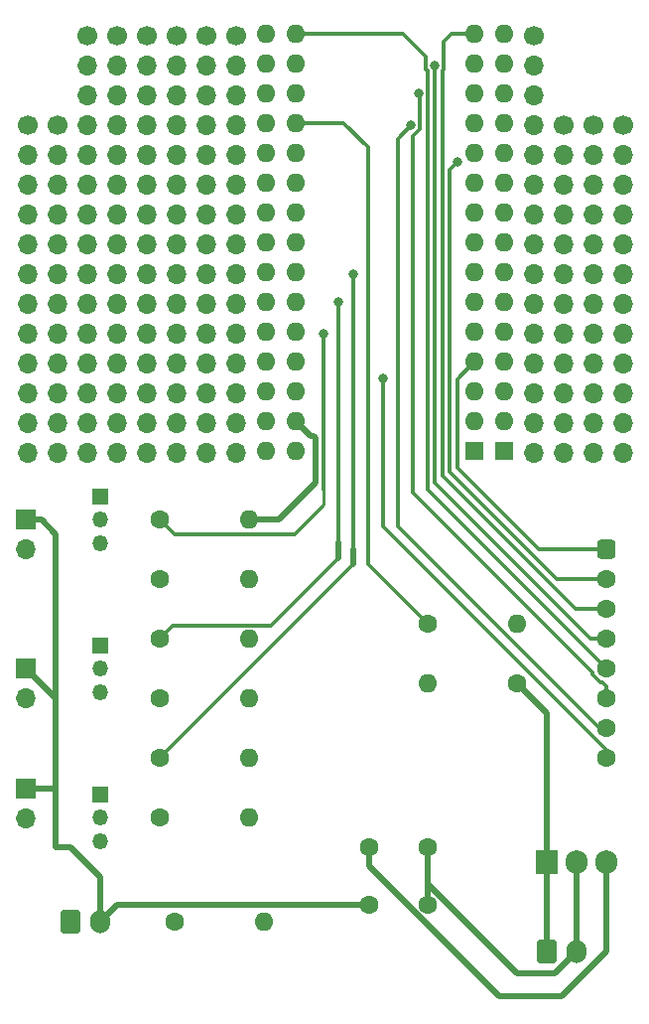
<source format=gbr>
%TF.GenerationSoftware,KiCad,Pcbnew,7.0.6*%
%TF.CreationDate,2023-07-23T20:47:22-06:00*%
%TF.ProjectId,Air,4169722e-6b69-4636-9164-5f7063625858,2*%
%TF.SameCoordinates,Original*%
%TF.FileFunction,Copper,L1,Top*%
%TF.FilePolarity,Positive*%
%FSLAX46Y46*%
G04 Gerber Fmt 4.6, Leading zero omitted, Abs format (unit mm)*
G04 Created by KiCad (PCBNEW 7.0.6) date 2023-07-23 20:47:22*
%MOMM*%
%LPD*%
G01*
G04 APERTURE LIST*
G04 Aperture macros list*
%AMRoundRect*
0 Rectangle with rounded corners*
0 $1 Rounding radius*
0 $2 $3 $4 $5 $6 $7 $8 $9 X,Y pos of 4 corners*
0 Add a 4 corners polygon primitive as box body*
4,1,4,$2,$3,$4,$5,$6,$7,$8,$9,$2,$3,0*
0 Add four circle primitives for the rounded corners*
1,1,$1+$1,$2,$3*
1,1,$1+$1,$4,$5*
1,1,$1+$1,$6,$7*
1,1,$1+$1,$8,$9*
0 Add four rect primitives between the rounded corners*
20,1,$1+$1,$2,$3,$4,$5,0*
20,1,$1+$1,$4,$5,$6,$7,0*
20,1,$1+$1,$6,$7,$8,$9,0*
20,1,$1+$1,$8,$9,$2,$3,0*%
G04 Aperture macros list end*
%TA.AperFunction,ComponentPad*%
%ADD10O,1.600000X1.600000*%
%TD*%
%TA.AperFunction,ComponentPad*%
%ADD11R,1.600000X1.600000*%
%TD*%
%TA.AperFunction,ComponentPad*%
%ADD12C,1.600000*%
%TD*%
%TA.AperFunction,ComponentPad*%
%ADD13R,1.700000X1.700000*%
%TD*%
%TA.AperFunction,ComponentPad*%
%ADD14O,1.700000X1.700000*%
%TD*%
%TA.AperFunction,ComponentPad*%
%ADD15C,1.700000*%
%TD*%
%TA.AperFunction,ComponentPad*%
%ADD16R,1.350000X1.350000*%
%TD*%
%TA.AperFunction,ComponentPad*%
%ADD17O,1.350000X1.350000*%
%TD*%
%TA.AperFunction,ComponentPad*%
%ADD18R,1.905000X2.000000*%
%TD*%
%TA.AperFunction,ComponentPad*%
%ADD19O,1.905000X2.000000*%
%TD*%
%TA.AperFunction,ComponentPad*%
%ADD20RoundRect,0.400000X-0.400000X-0.450000X0.400000X-0.450000X0.400000X0.450000X-0.400000X0.450000X0*%
%TD*%
%TA.AperFunction,ComponentPad*%
%ADD21RoundRect,0.250000X-0.600000X-0.750000X0.600000X-0.750000X0.600000X0.750000X-0.600000X0.750000X0*%
%TD*%
%TA.AperFunction,ComponentPad*%
%ADD22O,1.700000X2.000000*%
%TD*%
%TA.AperFunction,ViaPad*%
%ADD23C,0.800000*%
%TD*%
%TA.AperFunction,Conductor*%
%ADD24C,0.500000*%
%TD*%
%TA.AperFunction,Conductor*%
%ADD25C,0.300000*%
%TD*%
%TA.AperFunction,Conductor*%
%ADD26C,0.250000*%
%TD*%
G04 APERTURE END LIST*
D10*
%TO.P,A1,30,VIN*%
%TO.N,/VIN_5v*%
X64999765Y-79216152D03*
X67539765Y-79216152D03*
%TO.P,A1,29,GND*%
%TO.N,GND*%
X64999765Y-76676152D03*
X67539765Y-76676152D03*
%TO.P,A1,28,~{RESET}*%
%TO.N,unconnected-(A1-~{RESET}-Pad28)*%
X64999765Y-74136152D03*
X67539765Y-74136152D03*
%TO.P,A1,27,+5V*%
%TO.N,+5V*%
X64999765Y-71596152D03*
X67539765Y-71596152D03*
%TO.P,A1,26,A7*%
%TO.N,unconnected-(A1-A7-Pad26)*%
X64999765Y-69056152D03*
X67539765Y-69056152D03*
%TO.P,A1,25,A6*%
%TO.N,unconnected-(A1-A6-Pad25)*%
X64999765Y-66516152D03*
X67539765Y-66516152D03*
%TO.P,A1,24,A5*%
%TO.N,unconnected-(A1-A5-Pad24)*%
X64999765Y-63976152D03*
X67539765Y-63976152D03*
%TO.P,A1,23,A4*%
%TO.N,unconnected-(A1-A4-Pad23)*%
X64999765Y-61436152D03*
X67539765Y-61436152D03*
%TO.P,A1,22,A3*%
%TO.N,unconnected-(A1-A3-Pad22)*%
X64999765Y-58896152D03*
X67539765Y-58896152D03*
%TO.P,A1,21,A2*%
%TO.N,unconnected-(A1-A2-Pad21)*%
X64999765Y-56356152D03*
X67539765Y-56356152D03*
%TO.P,A1,20,A1*%
%TO.N,unconnected-(A1-A1-Pad20)*%
X64999765Y-53816152D03*
X67539765Y-53816152D03*
%TO.P,A1,19,A0*%
%TO.N,/A0_VBat*%
X64999765Y-51276152D03*
X67539765Y-51276152D03*
%TO.P,A1,18,AREF*%
%TO.N,unconnected-(A1-AREF-Pad18)*%
X64999765Y-48736152D03*
X67539765Y-48736152D03*
%TO.P,A1,17,3V3*%
%TO.N,unconnected-(A1-3V3-Pad17)*%
X64999765Y-46196152D03*
X67539765Y-46196152D03*
%TO.P,A1,16,D13*%
%TO.N,/D13_SCK*%
X64999765Y-43656152D03*
X67539765Y-43656152D03*
%TO.P,A1,15,D12*%
%TO.N,/D12_MISO*%
X82779765Y-43656152D03*
X85319765Y-43656152D03*
%TO.P,A1,14,D11*%
%TO.N,/D11_MOSI*%
X82779765Y-46196152D03*
X85319765Y-46196152D03*
%TO.P,A1,13,D10*%
%TO.N,/D10_CSN*%
X82779765Y-48736152D03*
X85319765Y-48736152D03*
%TO.P,A1,12,D9*%
%TO.N,/D9_CE*%
X82779765Y-51276152D03*
X85319765Y-51276152D03*
%TO.P,A1,11,D8*%
%TO.N,/D8_IRQ*%
X82779765Y-53816152D03*
X85319765Y-53816152D03*
%TO.P,A1,10,D7*%
%TO.N,unconnected-(A1-D7-Pad10)*%
X82779765Y-56356152D03*
X85319765Y-56356152D03*
%TO.P,A1,9,D6*%
%TO.N,unconnected-(A1-D6-Pad9)*%
X82779765Y-58896152D03*
X85319765Y-58896152D03*
%TO.P,A1,8,D5*%
%TO.N,unconnected-(A1-D5-Pad8)*%
X82779765Y-61436152D03*
X85319765Y-61436152D03*
%TO.P,A1,7,D4*%
%TO.N,/D4_F3*%
X82779765Y-63976152D03*
X85319765Y-63976152D03*
%TO.P,A1,6,D3*%
%TO.N,/D3_F2*%
X82779765Y-66516152D03*
X85319765Y-66516152D03*
%TO.P,A1,5,D2*%
%TO.N,/D2_F1*%
X82779765Y-69056152D03*
X85319765Y-69056152D03*
%TO.P,A1,4,GND*%
%TO.N,GND*%
X82779765Y-71596152D03*
X85319765Y-71596152D03*
%TO.P,A1,3,~{RESET}*%
%TO.N,unconnected-(A1-~{RESET}-Pad3)*%
X82779765Y-74136152D03*
X85319765Y-74136152D03*
%TO.P,A1,2,D0/RX*%
%TO.N,unconnected-(A1-D0{slash}RX-Pad2)*%
X82779765Y-76676152D03*
X85319765Y-76676152D03*
D11*
%TO.P,A1,1,D1/TX*%
%TO.N,unconnected-(A1-D1{slash}TX-Pad1)*%
X82779765Y-79216152D03*
X85319765Y-79216152D03*
%TD*%
D12*
%TO.P,C1,1*%
%TO.N,+12V*%
X73740000Y-117870000D03*
%TO.P,C1,2*%
%TO.N,GND*%
X78740000Y-117870000D03*
%TD*%
%TO.P,R3,1*%
%TO.N,/D3_F2*%
X55880000Y-95250000D03*
D10*
%TO.P,R3,2*%
%TO.N,GND*%
X63500000Y-95250000D03*
%TD*%
D13*
%TO.P,M2,1,+*%
%TO.N,+12V*%
X44450000Y-97790000D03*
D14*
%TO.P,M2,2,-*%
%TO.N,Net-(M2--)*%
X44450000Y-100330000D03*
%TD*%
D15*
%TO.P,REF\u002A\u002A,1*%
%TO.N,N/C*%
X52299765Y-43815000D03*
D14*
%TO.P,REF\u002A\u002A,2*%
X52299765Y-46355000D03*
%TO.P,REF\u002A\u002A,3*%
X52299765Y-48895000D03*
%TO.P,REF\u002A\u002A,4*%
X52299765Y-51435000D03*
%TO.P,REF\u002A\u002A,5*%
X52299765Y-53975000D03*
%TO.P,REF\u002A\u002A,6*%
X52299765Y-56515000D03*
%TO.P,REF\u002A\u002A,7*%
X52299765Y-59055000D03*
%TO.P,REF\u002A\u002A,8*%
X52299765Y-61595000D03*
%TO.P,REF\u002A\u002A,9*%
X52299765Y-64135000D03*
%TO.P,REF\u002A\u002A,10*%
X52299765Y-66675000D03*
%TO.P,REF\u002A\u002A,11*%
X52299765Y-69215000D03*
%TO.P,REF\u002A\u002A,12*%
X52299765Y-71755000D03*
%TO.P,REF\u002A\u002A,13*%
X52299765Y-74295000D03*
%TO.P,REF\u002A\u002A,14*%
X52299765Y-76835000D03*
%TO.P,REF\u002A\u002A,15*%
X52299765Y-79375000D03*
%TD*%
D12*
%TO.P,R2,1*%
%TO.N,Net-(Q1-E)*%
X55880000Y-90170000D03*
D10*
%TO.P,R2,2*%
%TO.N,GND*%
X63500000Y-90170000D03*
%TD*%
D16*
%TO.P,Q1,1,C*%
%TO.N,Net-(M1--)*%
X50800000Y-83090000D03*
D17*
%TO.P,Q1,2,B*%
%TO.N,/D2_F1*%
X50800000Y-85090000D03*
%TO.P,Q1,3,E*%
%TO.N,Net-(Q1-E)*%
X50800000Y-87090000D03*
%TD*%
D15*
%TO.P,REF\u002A\u002A,1*%
%TO.N,N/C*%
X87859765Y-43815000D03*
D14*
%TO.P,REF\u002A\u002A,2*%
X87859765Y-46355000D03*
%TO.P,REF\u002A\u002A,3*%
X87859765Y-48895000D03*
%TO.P,REF\u002A\u002A,4*%
X87859765Y-51435000D03*
%TO.P,REF\u002A\u002A,5*%
X87859765Y-53975000D03*
%TO.P,REF\u002A\u002A,6*%
X87859765Y-56515000D03*
%TO.P,REF\u002A\u002A,7*%
X87859765Y-59055000D03*
%TO.P,REF\u002A\u002A,8*%
X87859765Y-61595000D03*
%TO.P,REF\u002A\u002A,9*%
X87859765Y-64135000D03*
%TO.P,REF\u002A\u002A,10*%
X87859765Y-66675000D03*
%TO.P,REF\u002A\u002A,11*%
X87859765Y-69215000D03*
%TO.P,REF\u002A\u002A,12*%
X87859765Y-71755000D03*
%TO.P,REF\u002A\u002A,13*%
X87859765Y-74295000D03*
%TO.P,REF\u002A\u002A,14*%
X87859765Y-76835000D03*
%TO.P,REF\u002A\u002A,15*%
X87859765Y-79375000D03*
%TD*%
D12*
%TO.P,R6,1*%
%TO.N,Net-(J1-Pin_1)*%
X57150000Y-119380000D03*
D10*
%TO.P,R6,2*%
%TO.N,GND*%
X64770000Y-119380000D03*
%TD*%
D15*
%TO.P,REF\u002A\u002A,1*%
%TO.N,N/C*%
X95479765Y-51435000D03*
D14*
%TO.P,REF\u002A\u002A,2*%
X95479765Y-53975000D03*
%TO.P,REF\u002A\u002A,3*%
X95479765Y-56515000D03*
%TO.P,REF\u002A\u002A,4*%
X95479765Y-59055000D03*
%TO.P,REF\u002A\u002A,5*%
X95479765Y-61595000D03*
%TO.P,REF\u002A\u002A,6*%
X95479765Y-64135000D03*
%TO.P,REF\u002A\u002A,7*%
X95479765Y-66675000D03*
%TO.P,REF\u002A\u002A,8*%
X95479765Y-69215000D03*
%TO.P,REF\u002A\u002A,9*%
X95479765Y-71755000D03*
%TO.P,REF\u002A\u002A,10*%
X95479765Y-74295000D03*
%TO.P,REF\u002A\u002A,11*%
X95479765Y-76835000D03*
%TO.P,REF\u002A\u002A,12*%
X95479765Y-79375000D03*
%TD*%
D12*
%TO.P,R7,1*%
%TO.N,Net-(Q2-E)*%
X55880000Y-100330000D03*
D10*
%TO.P,R7,2*%
%TO.N,GND*%
X63500000Y-100330000D03*
%TD*%
D16*
%TO.P,Q3,1,C*%
%TO.N,Net-(M3--)*%
X50800000Y-108490000D03*
D17*
%TO.P,Q3,2,B*%
%TO.N,/D4_F3*%
X50800000Y-110490000D03*
%TO.P,Q3,3,E*%
%TO.N,Net-(Q3-E)*%
X50800000Y-112490000D03*
%TD*%
D15*
%TO.P,REF\u002A\u002A,1*%
%TO.N,N/C*%
X92939765Y-51435000D03*
D14*
%TO.P,REF\u002A\u002A,2*%
X92939765Y-53975000D03*
%TO.P,REF\u002A\u002A,3*%
X92939765Y-56515000D03*
%TO.P,REF\u002A\u002A,4*%
X92939765Y-59055000D03*
%TO.P,REF\u002A\u002A,5*%
X92939765Y-61595000D03*
%TO.P,REF\u002A\u002A,6*%
X92939765Y-64135000D03*
%TO.P,REF\u002A\u002A,7*%
X92939765Y-66675000D03*
%TO.P,REF\u002A\u002A,8*%
X92939765Y-69215000D03*
%TO.P,REF\u002A\u002A,9*%
X92939765Y-71755000D03*
%TO.P,REF\u002A\u002A,10*%
X92939765Y-74295000D03*
%TO.P,REF\u002A\u002A,11*%
X92939765Y-76835000D03*
%TO.P,REF\u002A\u002A,12*%
X92939765Y-79375000D03*
%TD*%
D15*
%TO.P,REF\u002A\u002A,1*%
%TO.N,N/C*%
X54839765Y-43815000D03*
D14*
%TO.P,REF\u002A\u002A,2*%
X54839765Y-46355000D03*
%TO.P,REF\u002A\u002A,3*%
X54839765Y-48895000D03*
%TO.P,REF\u002A\u002A,4*%
X54839765Y-51435000D03*
%TO.P,REF\u002A\u002A,5*%
X54839765Y-53975000D03*
%TO.P,REF\u002A\u002A,6*%
X54839765Y-56515000D03*
%TO.P,REF\u002A\u002A,7*%
X54839765Y-59055000D03*
%TO.P,REF\u002A\u002A,8*%
X54839765Y-61595000D03*
%TO.P,REF\u002A\u002A,9*%
X54839765Y-64135000D03*
%TO.P,REF\u002A\u002A,10*%
X54839765Y-66675000D03*
%TO.P,REF\u002A\u002A,11*%
X54839765Y-69215000D03*
%TO.P,REF\u002A\u002A,12*%
X54839765Y-71755000D03*
%TO.P,REF\u002A\u002A,13*%
X54839765Y-74295000D03*
%TO.P,REF\u002A\u002A,14*%
X54839765Y-76835000D03*
%TO.P,REF\u002A\u002A,15*%
X54839765Y-79375000D03*
%TD*%
D15*
%TO.P,REF\u002A\u002A,1*%
%TO.N,N/C*%
X62459765Y-43815000D03*
D14*
%TO.P,REF\u002A\u002A,2*%
X62459765Y-46355000D03*
%TO.P,REF\u002A\u002A,3*%
X62459765Y-48895000D03*
%TO.P,REF\u002A\u002A,4*%
X62459765Y-51435000D03*
%TO.P,REF\u002A\u002A,5*%
X62459765Y-53975000D03*
%TO.P,REF\u002A\u002A,6*%
X62459765Y-56515000D03*
%TO.P,REF\u002A\u002A,7*%
X62459765Y-59055000D03*
%TO.P,REF\u002A\u002A,8*%
X62459765Y-61595000D03*
%TO.P,REF\u002A\u002A,9*%
X62459765Y-64135000D03*
%TO.P,REF\u002A\u002A,10*%
X62459765Y-66675000D03*
%TO.P,REF\u002A\u002A,11*%
X62459765Y-69215000D03*
%TO.P,REF\u002A\u002A,12*%
X62459765Y-71755000D03*
%TO.P,REF\u002A\u002A,13*%
X62459765Y-74295000D03*
%TO.P,REF\u002A\u002A,14*%
X62459765Y-76835000D03*
%TO.P,REF\u002A\u002A,15*%
X62459765Y-79375000D03*
%TD*%
D15*
%TO.P,REF\u002A\u002A,1*%
%TO.N,N/C*%
X44679765Y-51435000D03*
D14*
%TO.P,REF\u002A\u002A,2*%
X44679765Y-53975000D03*
%TO.P,REF\u002A\u002A,3*%
X44679765Y-56515000D03*
%TO.P,REF\u002A\u002A,4*%
X44679765Y-59055000D03*
%TO.P,REF\u002A\u002A,5*%
X44679765Y-61595000D03*
%TO.P,REF\u002A\u002A,6*%
X44679765Y-64135000D03*
%TO.P,REF\u002A\u002A,7*%
X44679765Y-66675000D03*
%TO.P,REF\u002A\u002A,8*%
X44679765Y-69215000D03*
%TO.P,REF\u002A\u002A,9*%
X44679765Y-71755000D03*
%TO.P,REF\u002A\u002A,10*%
X44679765Y-74295000D03*
%TO.P,REF\u002A\u002A,11*%
X44679765Y-76835000D03*
%TO.P,REF\u002A\u002A,12*%
X44679765Y-79375000D03*
%TD*%
D13*
%TO.P,M3,1,+*%
%TO.N,+12V*%
X44475000Y-107970000D03*
D14*
%TO.P,M3,2,-*%
%TO.N,Net-(M3--)*%
X44475000Y-110510000D03*
%TD*%
D15*
%TO.P,REF\u002A\u002A,1*%
%TO.N,N/C*%
X47219765Y-51435000D03*
D14*
%TO.P,REF\u002A\u002A,2*%
X47219765Y-53975000D03*
%TO.P,REF\u002A\u002A,3*%
X47219765Y-56515000D03*
%TO.P,REF\u002A\u002A,4*%
X47219765Y-59055000D03*
%TO.P,REF\u002A\u002A,5*%
X47219765Y-61595000D03*
%TO.P,REF\u002A\u002A,6*%
X47219765Y-64135000D03*
%TO.P,REF\u002A\u002A,7*%
X47219765Y-66675000D03*
%TO.P,REF\u002A\u002A,8*%
X47219765Y-69215000D03*
%TO.P,REF\u002A\u002A,9*%
X47219765Y-71755000D03*
%TO.P,REF\u002A\u002A,10*%
X47219765Y-74295000D03*
%TO.P,REF\u002A\u002A,11*%
X47219765Y-76835000D03*
%TO.P,REF\u002A\u002A,12*%
X47219765Y-79375000D03*
%TD*%
D12*
%TO.P,R4,1*%
%TO.N,+12V*%
X86360000Y-99060000D03*
D10*
%TO.P,R4,2*%
%TO.N,/A0_VBat*%
X78740000Y-99060000D03*
%TD*%
D12*
%TO.P,R1,1*%
%TO.N,/D2_F1*%
X55880000Y-85090000D03*
D10*
%TO.P,R1,2*%
%TO.N,GND*%
X63500000Y-85090000D03*
%TD*%
D13*
%TO.P,M1,1,+*%
%TO.N,+12V*%
X44450000Y-85090000D03*
D14*
%TO.P,M1,2,-*%
%TO.N,Net-(M1--)*%
X44450000Y-87630000D03*
%TD*%
D18*
%TO.P,LM7805,1,VI*%
%TO.N,+12V*%
X88900000Y-114300000D03*
D19*
%TO.P,LM7805,2,GND*%
%TO.N,GND*%
X91440000Y-114300000D03*
%TO.P,LM7805,3,VO*%
%TO.N,/VIN_5v*%
X93980000Y-114300000D03*
%TD*%
D12*
%TO.P,R8,1*%
%TO.N,/D4_F3*%
X55880000Y-105410000D03*
D10*
%TO.P,R8,2*%
%TO.N,GND*%
X63500000Y-105410000D03*
%TD*%
D12*
%TO.P,R5,1*%
%TO.N,/A0_VBat*%
X78740000Y-93980000D03*
D10*
%TO.P,R5,2*%
%TO.N,GND*%
X86360000Y-93980000D03*
%TD*%
D15*
%TO.P,REF\u002A\u002A,1*%
%TO.N,N/C*%
X57379765Y-43815000D03*
D14*
%TO.P,REF\u002A\u002A,2*%
X57379765Y-46355000D03*
%TO.P,REF\u002A\u002A,3*%
X57379765Y-48895000D03*
%TO.P,REF\u002A\u002A,4*%
X57379765Y-51435000D03*
%TO.P,REF\u002A\u002A,5*%
X57379765Y-53975000D03*
%TO.P,REF\u002A\u002A,6*%
X57379765Y-56515000D03*
%TO.P,REF\u002A\u002A,7*%
X57379765Y-59055000D03*
%TO.P,REF\u002A\u002A,8*%
X57379765Y-61595000D03*
%TO.P,REF\u002A\u002A,9*%
X57379765Y-64135000D03*
%TO.P,REF\u002A\u002A,10*%
X57379765Y-66675000D03*
%TO.P,REF\u002A\u002A,11*%
X57379765Y-69215000D03*
%TO.P,REF\u002A\u002A,12*%
X57379765Y-71755000D03*
%TO.P,REF\u002A\u002A,13*%
X57379765Y-74295000D03*
%TO.P,REF\u002A\u002A,14*%
X57379765Y-76835000D03*
%TO.P,REF\u002A\u002A,15*%
X57379765Y-79375000D03*
%TD*%
D20*
%TO.P,U2,1,GND*%
%TO.N,GND*%
X93980000Y-87614119D03*
D12*
%TO.P,U2,2,IRQ*%
%TO.N,/D8_IRQ*%
X93980000Y-90154119D03*
%TO.P,U2,3,MISO*%
%TO.N,/D12_MISO*%
X93980000Y-92694119D03*
%TO.P,U2,4,MOSI*%
%TO.N,/D11_MOSI*%
X93980000Y-95234119D03*
%TO.P,U2,5,SCK*%
%TO.N,/D13_SCK*%
X93980000Y-97774119D03*
%TO.P,U2,6,CSN*%
%TO.N,/D10_CSN*%
X93980000Y-100314119D03*
%TO.P,U2,7,CE*%
%TO.N,/D9_CE*%
X93980000Y-102854119D03*
%TO.P,U2,8,VCC*%
%TO.N,+5V*%
X93980000Y-105394119D03*
%TD*%
%TO.P,R9,1*%
%TO.N,Net-(Q3-E)*%
X55880000Y-110490000D03*
D10*
%TO.P,R9,2*%
%TO.N,GND*%
X63500000Y-110490000D03*
%TD*%
D12*
%TO.P,C2,1*%
%TO.N,/VIN_5v*%
X73740000Y-113030000D03*
%TO.P,C2,2*%
%TO.N,GND*%
X78740000Y-113030000D03*
%TD*%
D16*
%TO.P,Q2,1,C*%
%TO.N,Net-(M2--)*%
X50800000Y-95790000D03*
D17*
%TO.P,Q2,2,B*%
%TO.N,/D3_F2*%
X50800000Y-97790000D03*
%TO.P,Q2,3,E*%
%TO.N,Net-(Q2-E)*%
X50800000Y-99790000D03*
%TD*%
D15*
%TO.P,REF\u002A\u002A,1*%
%TO.N,N/C*%
X90399765Y-51435000D03*
D14*
%TO.P,REF\u002A\u002A,2*%
X90399765Y-53975000D03*
%TO.P,REF\u002A\u002A,3*%
X90399765Y-56515000D03*
%TO.P,REF\u002A\u002A,4*%
X90399765Y-59055000D03*
%TO.P,REF\u002A\u002A,5*%
X90399765Y-61595000D03*
%TO.P,REF\u002A\u002A,6*%
X90399765Y-64135000D03*
%TO.P,REF\u002A\u002A,7*%
X90399765Y-66675000D03*
%TO.P,REF\u002A\u002A,8*%
X90399765Y-69215000D03*
%TO.P,REF\u002A\u002A,9*%
X90399765Y-71755000D03*
%TO.P,REF\u002A\u002A,10*%
X90399765Y-74295000D03*
%TO.P,REF\u002A\u002A,11*%
X90399765Y-76835000D03*
%TO.P,REF\u002A\u002A,12*%
X90399765Y-79375000D03*
%TD*%
D15*
%TO.P,REF\u002A\u002A,1*%
%TO.N,N/C*%
X59919765Y-43815000D03*
D14*
%TO.P,REF\u002A\u002A,2*%
X59919765Y-46355000D03*
%TO.P,REF\u002A\u002A,3*%
X59919765Y-48895000D03*
%TO.P,REF\u002A\u002A,4*%
X59919765Y-51435000D03*
%TO.P,REF\u002A\u002A,5*%
X59919765Y-53975000D03*
%TO.P,REF\u002A\u002A,6*%
X59919765Y-56515000D03*
%TO.P,REF\u002A\u002A,7*%
X59919765Y-59055000D03*
%TO.P,REF\u002A\u002A,8*%
X59919765Y-61595000D03*
%TO.P,REF\u002A\u002A,9*%
X59919765Y-64135000D03*
%TO.P,REF\u002A\u002A,10*%
X59919765Y-66675000D03*
%TO.P,REF\u002A\u002A,11*%
X59919765Y-69215000D03*
%TO.P,REF\u002A\u002A,12*%
X59919765Y-71755000D03*
%TO.P,REF\u002A\u002A,13*%
X59919765Y-74295000D03*
%TO.P,REF\u002A\u002A,14*%
X59919765Y-76835000D03*
%TO.P,REF\u002A\u002A,15*%
X59919765Y-79375000D03*
%TD*%
D21*
%TO.P,J1,1,Pin_1*%
%TO.N,Net-(J1-Pin_1)*%
X48300000Y-119380000D03*
D22*
%TO.P,J1,2,Pin_2*%
%TO.N,+12V*%
X50840000Y-119380000D03*
%TD*%
D15*
%TO.P,REF\u002A\u002A,1*%
%TO.N,N/C*%
X49759765Y-43815000D03*
D14*
%TO.P,REF\u002A\u002A,2*%
X49759765Y-46355000D03*
%TO.P,REF\u002A\u002A,3*%
X49759765Y-48895000D03*
%TO.P,REF\u002A\u002A,4*%
X49759765Y-51435000D03*
%TO.P,REF\u002A\u002A,5*%
X49759765Y-53975000D03*
%TO.P,REF\u002A\u002A,6*%
X49759765Y-56515000D03*
%TO.P,REF\u002A\u002A,7*%
X49759765Y-59055000D03*
%TO.P,REF\u002A\u002A,8*%
X49759765Y-61595000D03*
%TO.P,REF\u002A\u002A,9*%
X49759765Y-64135000D03*
%TO.P,REF\u002A\u002A,10*%
X49759765Y-66675000D03*
%TO.P,REF\u002A\u002A,11*%
X49759765Y-69215000D03*
%TO.P,REF\u002A\u002A,12*%
X49759765Y-71755000D03*
%TO.P,REF\u002A\u002A,13*%
X49759765Y-74295000D03*
%TO.P,REF\u002A\u002A,14*%
X49759765Y-76835000D03*
%TO.P,REF\u002A\u002A,15*%
X49759765Y-79375000D03*
%TD*%
D21*
%TO.P,J2,1,Pin_1*%
%TO.N,+12V*%
X88940000Y-121920000D03*
D22*
%TO.P,J2,2,Pin_2*%
%TO.N,GND*%
X91480000Y-121920000D03*
%TD*%
D23*
%TO.N,+5V*%
X74930000Y-73025000D03*
%TO.N,/D2_F1*%
X69850000Y-69215000D03*
%TO.N,/D3_F2*%
X71120000Y-66516152D03*
%TO.N,/D4_F3*%
X72390000Y-64135000D03*
%TO.N,/D8_IRQ*%
X81280000Y-54610000D03*
%TO.N,/D9_CE*%
X77355500Y-51435000D03*
%TO.N,/D10_CSN*%
X77990500Y-48736152D03*
%TO.N,/D11_MOSI*%
X79375000Y-46355000D03*
%TD*%
D24*
%TO.N,GND*%
X78740000Y-117870000D02*
X78740000Y-116140000D01*
X69215000Y-81915000D02*
X69215000Y-78105000D01*
D25*
X81280000Y-80648193D02*
X81280000Y-73095917D01*
D24*
X69036152Y-77926152D02*
X68789765Y-77926152D01*
X89600000Y-123760000D02*
X91440000Y-121920000D01*
X78740000Y-116140000D02*
X86360000Y-123760000D01*
D25*
X81280000Y-73095917D02*
X82779765Y-71596152D01*
X88245926Y-87614119D02*
X81280000Y-80648193D01*
D24*
X66040000Y-85090000D02*
X69215000Y-81915000D01*
X91440000Y-121920000D02*
X91440000Y-114300000D01*
X69215000Y-78105000D02*
X69036152Y-77926152D01*
X68789765Y-77926152D02*
X67539765Y-76676152D01*
X78740000Y-116140000D02*
X78740000Y-113030000D01*
X86360000Y-123760000D02*
X89600000Y-123760000D01*
X63500000Y-85090000D02*
X66040000Y-85090000D01*
D25*
X93980000Y-87614119D02*
X88245926Y-87614119D01*
%TO.N,+5V*%
X74930000Y-73025000D02*
X74930000Y-85642595D01*
X74930000Y-85642595D02*
X93980000Y-104692595D01*
X93980000Y-104692595D02*
X93980000Y-105394119D01*
D24*
%TO.N,+12V*%
X46990000Y-113030000D02*
X46990000Y-107950000D01*
X50800000Y-119340000D02*
X50840000Y-119380000D01*
X48260000Y-113030000D02*
X46990000Y-113030000D01*
X88900000Y-121880000D02*
X88900000Y-114300000D01*
X46990000Y-86280000D02*
X45800000Y-85090000D01*
X50800000Y-115570000D02*
X48260000Y-113030000D01*
X88940000Y-121920000D02*
X88900000Y-121880000D01*
X52310000Y-117870000D02*
X50800000Y-119380000D01*
X45800000Y-85090000D02*
X44450000Y-85090000D01*
X44475000Y-107970000D02*
X46970000Y-107970000D01*
X46990000Y-100330000D02*
X44450000Y-97790000D01*
X73740000Y-117870000D02*
X52310000Y-117870000D01*
X46990000Y-107950000D02*
X46990000Y-100330000D01*
X46990000Y-100330000D02*
X46990000Y-86280000D01*
X50800000Y-115570000D02*
X50800000Y-119340000D01*
X46970000Y-107970000D02*
X46990000Y-107950000D01*
X88900000Y-101600000D02*
X86360000Y-99060000D01*
X88900000Y-114300000D02*
X88900000Y-101600000D01*
D25*
%TO.N,/D2_F1*%
X69850000Y-69215000D02*
X69850000Y-82550000D01*
D26*
X69850000Y-83820000D02*
X69850000Y-82550000D01*
D25*
X67310000Y-86360000D02*
X57150000Y-86360000D01*
D26*
X67310000Y-86360000D02*
X69850000Y-83820000D01*
D25*
X57150000Y-86360000D02*
X55880000Y-85090000D01*
%TO.N,/D3_F2*%
X71120000Y-88337107D02*
X65357107Y-94100000D01*
X65357107Y-94100000D02*
X57030000Y-94100000D01*
X71120000Y-66516152D02*
X71120000Y-86995000D01*
D24*
X71120000Y-86995000D02*
X71120000Y-88337107D01*
D25*
X57030000Y-94100000D02*
X55880000Y-95250000D01*
%TO.N,/D4_F3*%
X72390000Y-64135000D02*
X72390000Y-87630000D01*
X72390000Y-88900000D02*
X55880000Y-105410000D01*
D24*
X72390000Y-87630000D02*
X72390000Y-88900000D01*
D25*
%TO.N,/D8_IRQ*%
X80645000Y-81001747D02*
X80645000Y-55245000D01*
X80645000Y-55245000D02*
X81280000Y-54610000D01*
X89797372Y-90154119D02*
X80645000Y-81001747D01*
X93980000Y-90154119D02*
X89797372Y-90154119D01*
%TO.N,/D9_CE*%
X77355500Y-51435000D02*
X76200000Y-52590500D01*
X76200000Y-52590500D02*
X76200000Y-85647745D01*
X76200000Y-85647745D02*
X93406374Y-102854119D01*
X93406374Y-102854119D02*
X93980000Y-102854119D01*
%TO.N,/D10_CSN*%
X77990500Y-48736152D02*
X78105500Y-48851152D01*
X93673886Y-98924119D02*
X93980000Y-99230233D01*
X93980000Y-99230233D02*
X93980000Y-100314119D01*
X77470000Y-52381161D02*
X77470000Y-82720233D01*
X93503654Y-98924119D02*
X93673886Y-98924119D01*
X92830000Y-98080233D02*
X92830000Y-98250465D01*
X78105500Y-48851152D02*
X78105500Y-51745661D01*
X92830000Y-98250465D02*
X93503654Y-98924119D01*
X78105500Y-51745661D02*
X77470000Y-52381161D01*
X77470000Y-82720233D02*
X92830000Y-98080233D01*
%TO.N,/D11_MOSI*%
X93980000Y-95234119D02*
X92694119Y-95234119D01*
X79375000Y-81915000D02*
X79375000Y-46355000D01*
X92694119Y-95234119D02*
X79375000Y-81915000D01*
%TO.N,/D12_MISO*%
X91348819Y-92694119D02*
X80010000Y-81355300D01*
X80125000Y-46665661D02*
X80125000Y-44335000D01*
X80010000Y-81355300D02*
X80010000Y-46780661D01*
X93980000Y-92694119D02*
X91348819Y-92694119D01*
X80010000Y-46780661D02*
X80125000Y-46665661D01*
X80125000Y-44335000D02*
X80803848Y-43656152D01*
X80803848Y-43656152D02*
X82779765Y-43656152D01*
%TO.N,/D13_SCK*%
X78625000Y-45605000D02*
X76676152Y-43656152D01*
X76676152Y-43656152D02*
X67539765Y-43656152D01*
X78740000Y-82534119D02*
X78740000Y-46780661D01*
X78740000Y-46780661D02*
X78625000Y-46665661D01*
X93980000Y-97774119D02*
X78740000Y-82534119D01*
X78625000Y-46665661D02*
X78625000Y-45605000D01*
%TO.N,/A0_VBat*%
X71596152Y-51276152D02*
X67539765Y-51276152D01*
X73660000Y-88900000D02*
X73660000Y-53340000D01*
X73660000Y-53340000D02*
X71596152Y-51276152D01*
X78740000Y-93980000D02*
X73660000Y-88900000D01*
D24*
%TO.N,/VIN_5v*%
X93980000Y-121920000D02*
X90170000Y-125730000D01*
X93980000Y-114300000D02*
X93980000Y-121920000D01*
X90170000Y-125730000D02*
X84832233Y-125730000D01*
X84832233Y-125730000D02*
X73740000Y-114637767D01*
X73740000Y-113030000D02*
X73740000Y-114637767D01*
%TD*%
M02*

</source>
